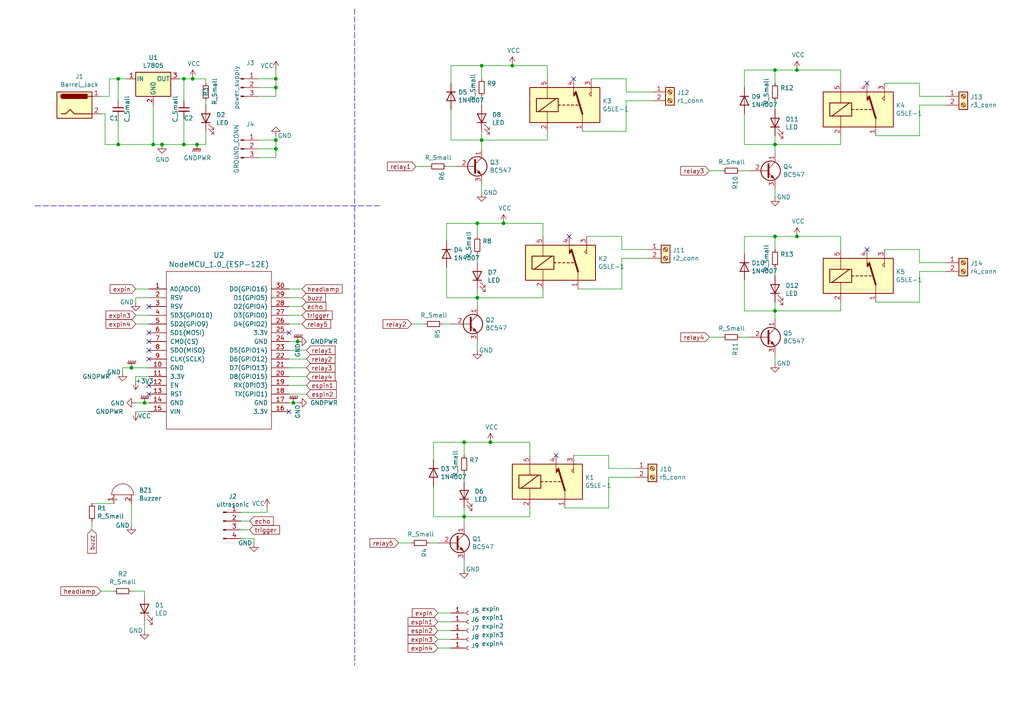
<source format=kicad_sch>
(kicad_sch (version 20211123) (generator eeschema)
  (paper "A4")
  (lib_symbols
    (symbol "Connector:Barrel_Jack" (pin_names (offset 1.016))
      (property "Reference" "J" (at 0 5.334 0))
      (property "Value" "Barrel_Jack" (at 0 -5.08 0))
      (symbol "Barrel_Jack_0_1"
        (rectangle (start -5.08 3.81) (end 5.08 -3.81) (stroke (width 0.254)) (fill (type background)))
        (arc (start -3.302 3.175) (mid -3.937 2.54) (end -3.302 1.905) (stroke (width 0.254)))
        (arc (start -3.302 3.175) (mid -3.937 2.54) (end -3.302 1.905) (stroke (width 0.254)) (fill (type outline)))
        (polyline (pts (xy 5.08 2.54) (xy 3.81 2.54)) (stroke (width 0.254)))
        (polyline (pts (xy -3.81 -2.54) (xy -2.54 -2.54) (xy -1.27 -1.27) (xy 0 -2.54) (xy 2.54 -2.54) (xy 5.08 -2.54)) (stroke (width 0.254)))
        (rectangle (start 3.683 3.175) (end -3.302 1.905) (stroke (width 0.254)) (fill (type outline)))
      )
      (symbol "Barrel_Jack_1_1"
        (pin passive line (at 7.62 2.54 180) (length 2.54) (name "~") (number "1"))
        (pin passive line (at 7.62 -2.54 180) (length 2.54) (name "~") (number "2"))
      )
    )
    (symbol "Connector:Conn_01x01_Female" (pin_names (offset 1.016) hide)
      (property "Reference" "J" (at 0 2.54 0))
      (property "Value" "Conn_01x01_Female" (at 0 -2.54 0))
      (symbol "Conn_01x01_Female_1_1"
        (polyline (pts (xy -1.27 0) (xy -0.508 0)) (stroke (width 0.1524)))
        (arc (start 0 0.508) (mid -0.508 0) (end 0 -0.508) (stroke (width 0.1524)))
        (pin passive line (at -5.08 0 0) (length 3.81) (name "Pin_1") (number "1"))
      )
    )
    (symbol "Connector:Conn_01x03_Male" (pin_names (offset 1.016) hide)
      (property "Reference" "J" (at 0 5.08 0))
      (property "Value" "Conn_01x03_Male" (at 0 -5.08 0))
      (symbol "Conn_01x03_Male_1_1"
        (polyline (pts (xy 1.27 -2.54) (xy 0.8636 -2.54)) (stroke (width 0.1524)))
        (polyline (pts (xy 1.27 0) (xy 0.8636 0)) (stroke (width 0.1524)))
        (polyline (pts (xy 1.27 2.54) (xy 0.8636 2.54)) (stroke (width 0.1524)))
        (rectangle (start 0.8636 -2.413) (end 0 -2.667) (stroke (width 0.1524)) (fill (type outline)))
        (rectangle (start 0.8636 0.127) (end 0 -0.127) (stroke (width 0.1524)) (fill (type outline)))
        (rectangle (start 0.8636 2.667) (end 0 2.413) (stroke (width 0.1524)) (fill (type outline)))
        (pin passive line (at 5.08 2.54 180) (length 3.81) (name "Pin_1") (number "1"))
        (pin passive line (at 5.08 0 180) (length 3.81) (name "Pin_2") (number "2"))
        (pin passive line (at 5.08 -2.54 180) (length 3.81) (name "Pin_3") (number "3"))
      )
    )
    (symbol "Connector:Conn_01x04_Male" (pin_names (offset 1.016) hide)
      (property "Reference" "J" (at 0 5.08 0))
      (property "Value" "Conn_01x04_Male" (at 0 -7.62 0))
      (symbol "Conn_01x04_Male_1_1"
        (polyline (pts (xy 1.27 -5.08) (xy 0.8636 -5.08)) (stroke (width 0.1524)))
        (polyline (pts (xy 1.27 -2.54) (xy 0.8636 -2.54)) (stroke (width 0.1524)))
        (polyline (pts (xy 1.27 0) (xy 0.8636 0)) (stroke (width 0.1524)))
        (polyline (pts (xy 1.27 2.54) (xy 0.8636 2.54)) (stroke (width 0.1524)))
        (rectangle (start 0.8636 -4.953) (end 0 -5.207) (stroke (width 0.1524)) (fill (type outline)))
        (rectangle (start 0.8636 -2.413) (end 0 -2.667) (stroke (width 0.1524)) (fill (type outline)))
        (rectangle (start 0.8636 0.127) (end 0 -0.127) (stroke (width 0.1524)) (fill (type outline)))
        (rectangle (start 0.8636 2.667) (end 0 2.413) (stroke (width 0.1524)) (fill (type outline)))
        (pin passive line (at 5.08 2.54 180) (length 3.81) (name "Pin_1") (number "1"))
        (pin passive line (at 5.08 0 180) (length 3.81) (name "Pin_2") (number "2"))
        (pin passive line (at 5.08 -2.54 180) (length 3.81) (name "Pin_3") (number "3"))
        (pin passive line (at 5.08 -5.08 180) (length 3.81) (name "Pin_4") (number "4"))
      )
    )
    (symbol "Connector:Screw_Terminal_01x02" (pin_names (offset 1.016) hide)
      (property "Reference" "J" (at 0 2.54 0))
      (property "Value" "Screw_Terminal_01x02" (at 0 -5.08 0))
      (symbol "Screw_Terminal_01x02_1_1"
        (rectangle (start -1.27 1.27) (end 1.27 -3.81) (stroke (width 0.254)) (fill (type background)))
        (circle (center 0 -2.54) (radius 0.635) (stroke (width 0.1524)))
        (polyline (pts (xy -0.5334 -2.2098) (xy 0.3302 -3.048)) (stroke (width 0.1524)))
        (polyline (pts (xy -0.5334 0.3302) (xy 0.3302 -0.508)) (stroke (width 0.1524)))
        (polyline (pts (xy -0.3556 -2.032) (xy 0.508 -2.8702)) (stroke (width 0.1524)))
        (polyline (pts (xy -0.3556 0.508) (xy 0.508 -0.3302)) (stroke (width 0.1524)))
        (circle (center 0 0) (radius 0.635) (stroke (width 0.1524)))
        (pin passive line (at -5.08 0 0) (length 3.81) (name "Pin_1") (number "1"))
        (pin passive line (at -5.08 -2.54 0) (length 3.81) (name "Pin_2") (number "2"))
      )
    )
    (symbol "Device:Buzzer" (pin_names (offset 0.0254) hide)
      (property "Reference" "BZ" (at 3.81 1.27 0))
      (property "Value" "Buzzer" (at 3.81 -1.27 0))
      (symbol "Buzzer_0_1"
        (arc (start 0 -3.175) (mid 3.175 0) (end 0 3.175))
        (polyline (pts (xy -1.651 1.905) (xy -1.143 1.905)))
        (polyline (pts (xy -1.397 2.159) (xy -1.397 1.651)))
        (polyline (pts (xy 0 3.175) (xy 0 -3.175)))
      )
      (symbol "Buzzer_1_1"
        (pin passive line (at -2.54 2.54 0) (length 2.54) (name "-") (number "1"))
        (pin passive line (at -2.54 -2.54 0) (length 2.54) (name "+") (number "2"))
      )
    )
    (symbol "Device:C_Small" (pin_numbers hide) (pin_names (offset 0.254) hide)
      (property "Reference" "C" (at 0.254 1.778 0))
      (property "Value" "C_Small" (at 0.254 -2.032 0))
      (symbol "C_Small_0_1"
        (polyline (pts (xy -1.524 -0.508) (xy 1.524 -0.508)) (stroke (width 0.3302)))
        (polyline (pts (xy -1.524 0.508) (xy 1.524 0.508)) (stroke (width 0.3048)))
      )
      (symbol "C_Small_1_1"
        (pin passive line (at 0 2.54 270) (length 2.032) (name "~") (number "1"))
        (pin passive line (at 0 -2.54 90) (length 2.032) (name "~") (number "2"))
      )
    )
    (symbol "Device:LED" (pin_numbers hide) (pin_names (offset 1.016) hide)
      (property "Reference" "D" (at 0 2.54 0))
      (property "Value" "LED" (at 0 -2.54 0))
      (symbol "LED_0_1"
        (polyline (pts (xy -1.27 -1.27) (xy -1.27 1.27)) (stroke (width 0.254)))
        (polyline (pts (xy -1.27 0) (xy 1.27 0)))
        (polyline (pts (xy 1.27 -1.27) (xy 1.27 1.27) (xy -1.27 0) (xy 1.27 -1.27)) (stroke (width 0.254)))
        (polyline (pts (xy -3.048 -0.762) (xy -4.572 -2.286) (xy -3.81 -2.286) (xy -4.572 -2.286) (xy -4.572 -1.524)))
        (polyline (pts (xy -1.778 -0.762) (xy -3.302 -2.286) (xy -2.54 -2.286) (xy -3.302 -2.286) (xy -3.302 -1.524)))
      )
      (symbol "LED_1_1"
        (pin passive line (at -3.81 0 0) (length 2.54) (name "K") (number "1"))
        (pin passive line (at 3.81 0 180) (length 2.54) (name "A") (number "2"))
      )
    )
    (symbol "Device:R_Small" (pin_numbers hide) (pin_names (offset 0.254) hide)
      (property "Reference" "R" (at 0.762 0.508 0))
      (property "Value" "R_Small" (at 0.762 -1.016 0))
      (symbol "R_Small_0_1"
        (rectangle (start -0.762 1.778) (end 0.762 -1.778) (stroke (width 0.2032)))
      )
      (symbol "R_Small_1_1"
        (pin passive line (at 0 2.54 270) (length 0.762) (name "~") (number "1"))
        (pin passive line (at 0 -2.54 90) (length 0.762) (name "~") (number "2"))
      )
    )
    (symbol "Diode:1N4007" (pin_numbers hide) (pin_names (offset 1.016) hide)
      (property "Reference" "D" (at 0 2.54 0))
      (property "Value" "1N4007" (at 0 -2.54 0))
      (symbol "1N4007_0_1"
        (polyline (pts (xy -1.27 1.27) (xy -1.27 -1.27)) (stroke (width 0.254)))
        (polyline (pts (xy 1.27 0) (xy -1.27 0)))
        (polyline (pts (xy 1.27 1.27) (xy 1.27 -1.27) (xy -1.27 0) (xy 1.27 1.27)) (stroke (width 0.254)))
      )
      (symbol "1N4007_1_1"
        (pin passive line (at -3.81 0 0) (length 2.54) (name "K") (number "1"))
        (pin passive line (at 3.81 0 180) (length 2.54) (name "A") (number "2"))
      )
    )
    (symbol "ESP8266:NodeMCU_1.0_(ESP-12E)" (pin_names (offset 1.016))
      (property "Reference" "U" (at 0 21.59 0))
      (property "Value" "NodeMCU_1.0_(ESP-12E)" (at 0 -21.59 0))
      (symbol "NodeMCU_1.0_(ESP-12E)_0_1"
        (rectangle (start -15.24 -22.86) (end 15.24 22.86))
      )
      (symbol "NodeMCU_1.0_(ESP-12E)_1_1"
        (pin input line (at -20.32 17.78 0) (length 5.08) (name "A0(ADC0)") (number "1"))
        (pin input line (at -20.32 -5.08 0) (length 5.08) (name "GND") (number "10"))
        (pin power_out line (at -20.32 -7.62 0) (length 5.08) (name "3.3V") (number "11"))
        (pin input line (at -20.32 -10.16 0) (length 5.08) (name "EN") (number "12"))
        (pin input line (at -20.32 -12.7 0) (length 5.08) (name "RST") (number "13"))
        (pin power_in line (at -20.32 -15.24 0) (length 5.08) (name "GND") (number "14"))
        (pin power_in line (at -20.32 -17.78 0) (length 5.08) (name "VIN") (number "15"))
        (pin power_out line (at 20.32 -17.78 180) (length 5.08) (name "3.3V") (number "16"))
        (pin power_in line (at 20.32 -15.24 180) (length 5.08) (name "GND") (number "17"))
        (pin bidirectional line (at 20.32 -12.7 180) (length 5.08) (name "TX(GPIO1)") (number "18"))
        (pin bidirectional line (at 20.32 -10.16 180) (length 5.08) (name "RX(DPIO3)") (number "19"))
        (pin input line (at -20.32 15.24 0) (length 5.08) (name "RSV") (number "2"))
        (pin bidirectional line (at 20.32 -7.62 180) (length 5.08) (name "D8(GPIO15)") (number "20"))
        (pin bidirectional line (at 20.32 -5.08 180) (length 5.08) (name "D7(GPIO13)") (number "21"))
        (pin bidirectional line (at 20.32 -2.54 180) (length 5.08) (name "D6(GPIO12)") (number "22"))
        (pin bidirectional line (at 20.32 0 180) (length 5.08) (name "D5(GPIO14)") (number "23"))
        (pin power_in line (at 20.32 2.54 180) (length 5.08) (name "GND") (number "24"))
        (pin power_out line (at 20.32 5.08 180) (length 5.08) (name "3.3V") (number "25"))
        (pin bidirectional line (at 20.32 7.62 180) (length 5.08) (name "D4(GPIO2)") (number "26"))
        (pin bidirectional line (at 20.32 10.16 180) (length 5.08) (name "D3(GPIO0)") (number "27"))
        (pin bidirectional line (at 20.32 12.7 180) (length 5.08) (name "D2(GPIO4)") (number "28"))
        (pin bidirectional line (at 20.32 15.24 180) (length 5.08) (name "D1(GPIO5)") (number "29"))
        (pin input line (at -20.32 12.7 0) (length 5.08) (name "RSV") (number "3"))
        (pin bidirectional line (at 20.32 17.78 180) (length 5.08) (name "D0(GPIO16)") (number "30"))
        (pin bidirectional line (at -20.32 10.16 0) (length 5.08) (name "SD3(GPIO10)") (number "4"))
        (pin bidirectional line (at -20.32 7.62 0) (length 5.08) (name "SD2(GPIO9)") (number "5"))
        (pin bidirectional line (at -20.32 5.08 0) (length 5.08) (name "SD1(MOSI)") (number "6"))
        (pin bidirectional line (at -20.32 2.54 0) (length 5.08) (name "CMD(CS)") (number "7"))
        (pin bidirectional line (at -20.32 0 0) (length 5.08) (name "SDO(MISO)") (number "8"))
        (pin bidirectional line (at -20.32 -2.54 0) (length 5.08) (name "CLK(SCLK)") (number "9"))
      )
    )
    (symbol "Regulator_Linear:L7805" (pin_names (offset 0.254))
      (property "Reference" "U" (at -3.81 3.175 0))
      (property "Value" "L7805" (at 0 3.175 0))
      (symbol "L7805_0_1"
        (rectangle (start -5.08 1.905) (end 5.08 -5.08) (stroke (width 0.254)) (fill (type background)))
      )
      (symbol "L7805_1_1"
        (pin power_in line (at -7.62 0 0) (length 2.54) (name "IN") (number "1"))
        (pin power_in line (at 0 -7.62 90) (length 2.54) (name "GND") (number "2"))
        (pin power_out line (at 7.62 0 180) (length 2.54) (name "OUT") (number "3"))
      )
    )
    (symbol "Relay:G5LE-1"
      (property "Reference" "K" (at 11.43 3.81 0))
      (property "Value" "G5LE-1" (at 11.43 1.27 0))
      (symbol "G5LE-1_0_0"
        (polyline (pts (xy 7.62 5.08) (xy 7.62 2.54) (xy 6.985 3.175) (xy 7.62 3.81)))
      )
      (symbol "G5LE-1_0_1"
        (rectangle (start -10.16 5.08) (end 10.16 -5.08) (stroke (width 0.254)) (fill (type background)))
        (rectangle (start -8.255 1.905) (end -1.905 -1.905) (stroke (width 0.254)))
        (polyline (pts (xy -7.62 -1.905) (xy -2.54 1.905)) (stroke (width 0.254)))
        (polyline (pts (xy -5.08 -5.08) (xy -5.08 -1.905)))
        (polyline (pts (xy -5.08 5.08) (xy -5.08 1.905)))
        (polyline (pts (xy -1.905 0) (xy -1.27 0)) (stroke (width 0.254)))
        (polyline (pts (xy -0.635 0) (xy 0 0)) (stroke (width 0.254)))
        (polyline (pts (xy 0.635 0) (xy 1.27 0)) (stroke (width 0.254)))
        (polyline (pts (xy 1.905 0) (xy 2.54 0)) (stroke (width 0.254)))
        (polyline (pts (xy 3.175 0) (xy 3.81 0)) (stroke (width 0.254)))
        (polyline (pts (xy 5.08 -2.54) (xy 3.175 3.81)) (stroke (width 0.508)))
        (polyline (pts (xy 5.08 -2.54) (xy 5.08 -5.08)))
        (polyline (pts (xy 2.54 5.08) (xy 2.54 2.54) (xy 3.175 3.175) (xy 2.54 3.81)) (fill (type outline)))
      )
      (symbol "G5LE-1_1_1"
        (pin passive line (at 5.08 -7.62 90) (length 2.54) (name "~") (number "1"))
        (pin passive line (at -5.08 -7.62 90) (length 2.54) (name "~") (number "2"))
        (pin passive line (at 7.62 7.62 270) (length 2.54) (name "~") (number "3"))
        (pin passive line (at 2.54 7.62 270) (length 2.54) (name "~") (number "4"))
        (pin passive line (at -5.08 7.62 270) (length 2.54) (name "~") (number "5"))
      )
    )
    (symbol "Transistor_BJT:BC547" (pin_names (offset 0) hide)
      (property "Reference" "Q" (at 5.08 1.905 0))
      (property "Value" "BC547" (at 5.08 0 0))
      (symbol "BC547_0_1"
        (polyline (pts (xy 0 0) (xy 0.635 0)))
        (polyline (pts (xy 0.635 0.635) (xy 2.54 2.54)))
        (polyline (pts (xy 0.635 -0.635) (xy 2.54 -2.54) (xy 2.54 -2.54)))
        (polyline (pts (xy 0.635 1.905) (xy 0.635 -1.905) (xy 0.635 -1.905)) (stroke (width 0.508)))
        (polyline (pts (xy 1.27 -1.778) (xy 1.778 -1.27) (xy 2.286 -2.286) (xy 1.27 -1.778) (xy 1.27 -1.778)) (fill (type outline)))
        (circle (center 1.27 0) (radius 2.8194) (stroke (width 0.254)))
      )
      (symbol "BC547_1_1"
        (pin passive line (at 2.54 5.08 270) (length 2.54) (name "C") (number "1"))
        (pin input line (at -5.08 0 0) (length 5.08) (name "B") (number "2"))
        (pin passive line (at 2.54 -5.08 90) (length 2.54) (name "E") (number "3"))
      )
    )
    (symbol "power:+3.3V" (power) (pin_names (offset 0))
      (property "Value" "+3.3V" (at 0 3.556 0))
      (symbol "+3.3V_0_1"
        (polyline (pts (xy -0.762 1.27) (xy 0 2.54)))
        (polyline (pts (xy 0 0) (xy 0 2.54)))
        (polyline (pts (xy 0 2.54) (xy 0.762 1.27)))
      )
      (symbol "+3.3V_1_1"
        (pin power_in line (at 0 0 90) (length 0) hide (name "+3V3") (number "1"))
      )
    )
    (symbol "power:GND" (power) (pin_names (offset 0))
      (property "Value" "GND" (at 0 -3.81 0))
      (symbol "GND_0_1"
        (polyline (pts (xy 0 0) (xy 0 -1.27) (xy 1.27 -1.27) (xy 0 -2.54) (xy -1.27 -1.27) (xy 0 -1.27)))
      )
      (symbol "GND_1_1"
        (pin power_in line (at 0 0 270) (length 0) hide (name "GND") (number "1"))
      )
    )
    (symbol "power:GNDPWR" (power) (pin_names (offset 0))
      (property "Value" "GNDPWR" (at 0 -3.302 0))
      (symbol "GNDPWR_0_1"
        (polyline (pts (xy 0 -1.27) (xy 0 0)))
        (polyline (pts (xy -1.016 -1.27) (xy -1.27 -2.032) (xy -1.27 -2.032)) (stroke (width 0.2032)))
        (polyline (pts (xy -0.508 -1.27) (xy -0.762 -2.032) (xy -0.762 -2.032)) (stroke (width 0.2032)))
        (polyline (pts (xy 0 -1.27) (xy -0.254 -2.032) (xy -0.254 -2.032)) (stroke (width 0.2032)))
        (polyline (pts (xy 0.508 -1.27) (xy 0.254 -2.032) (xy 0.254 -2.032)) (stroke (width 0.2032)))
        (polyline (pts (xy 1.016 -1.27) (xy -1.016 -1.27) (xy -1.016 -1.27)) (stroke (width 0.2032)))
        (polyline (pts (xy 1.016 -1.27) (xy 0.762 -2.032) (xy 0.762 -2.032) (xy 0.762 -2.032)) (stroke (width 0.2032)))
      )
      (symbol "GNDPWR_1_1"
        (pin power_in line (at 0 0 270) (length 0) hide (name "GNDPWR") (number "1"))
      )
    )
    (symbol "power:VCC" (power) (pin_names (offset 0))
      (property "Value" "VCC" (at 0 3.81 0))
      (symbol "VCC_0_1"
        (polyline (pts (xy -0.762 1.27) (xy 0 2.54)))
        (polyline (pts (xy 0 0) (xy 0 2.54)))
        (polyline (pts (xy 0 2.54) (xy 0.762 1.27)))
      )
      (symbol "VCC_1_1"
        (pin power_in line (at 0 0 90) (length 0) hide (name "VCC") (number "1"))
      )
    )
  )
  (junction (at 34.29 41.91))
  (junction (at 146.05 64.77))
  (junction (at 224.79 20.32))
  (junction (at 138.43 86.36))
  (junction (at 57.15 41.91))
  (junction (at 231.14 20.32))
  (junction (at 224.79 90.17))
  (junction (at 41.91 116.84))
  (junction (at 142.24 128.27))
  (junction (at 34.29 22.86))
  (junction (at 38.1 106.68))
  (junction (at 46.99 41.91))
  (junction (at 80.01 40.64))
  (junction (at 148.59 19.05))
  (junction (at 80.01 43.18))
  (junction (at 134.62 128.27))
  (junction (at 139.7 40.64))
  (junction (at 138.43 64.77))
  (junction (at 53.34 41.91))
  (junction (at 85.09 116.84))
  (junction (at 44.45 41.91))
  (junction (at 53.34 22.86))
  (junction (at 134.62 149.86))
  (junction (at 80.01 22.86))
  (junction (at 231.14 68.58))
  (junction (at 224.79 41.91))
  (junction (at 224.79 68.58))
  (junction (at 55.88 22.86))
  (junction (at 86.36 99.06))
  (junction (at 139.7 19.05))
  (junction (at 80.01 25.4))
  (no_connect (at 43.18 111.76))
  (no_connect (at 251.46 72.39))
  (no_connect (at 43.18 114.3))
  (no_connect (at 43.18 104.14))
  (no_connect (at 83.82 119.38))
  (no_connect (at 83.82 96.52))
  (no_connect (at 43.18 96.52))
  (no_connect (at 43.18 99.06))
  (no_connect (at 166.37 22.86))
  (no_connect (at 161.29 132.08))
  (no_connect (at 43.18 101.6))
  (no_connect (at 251.46 24.13))
  (no_connect (at 165.1 68.58))
  (no_connect (at 43.18 88.9))
  (wire (pts (xy 123.19 93.98) (xy 119.38 93.98)))
  (wire (pts (xy 138.43 64.77) (xy 146.05 64.77)))
  (wire (pts (xy 130.81 180.34) (xy 127 180.34)))
  (wire (pts (xy 53.34 22.86) (xy 52.07 22.86)))
  (wire (pts (xy 158.75 40.64) (xy 139.7 40.64)))
  (wire (pts (xy 53.34 29.21) (xy 53.34 22.86)))
  (polyline (pts (xy 10.16 59.69) (xy 110.49 59.69)))
  (wire (pts (xy 224.79 20.32) (xy 231.14 20.32)))
  (wire (pts (xy 224.79 68.58) (xy 231.14 68.58)))
  (wire (pts (xy 181.61 22.86) (xy 181.61 26.67)))
  (wire (pts (xy 130.81 24.13) (xy 130.81 19.05)))
  (wire (pts (xy 176.53 138.43) (xy 184.15 138.43)))
  (wire (pts (xy 231.14 20.32) (xy 243.84 20.32)))
  (wire (pts (xy 171.45 22.86) (xy 181.61 22.86)))
  (wire (pts (xy 87.63 88.9) (xy 83.82 88.9)))
  (wire (pts (xy 74.93 22.86) (xy 80.01 22.86)))
  (wire (pts (xy 224.79 41.91) (xy 224.79 44.45)))
  (wire (pts (xy 146.05 64.77) (xy 157.48 64.77)))
  (wire (pts (xy 88.9 111.76) (xy 83.82 111.76)))
  (wire (pts (xy 130.81 40.64) (xy 139.7 40.64)))
  (wire (pts (xy 129.54 86.36) (xy 138.43 86.36)))
  (wire (pts (xy 266.7 24.13) (xy 266.7 27.94)))
  (wire (pts (xy 55.88 22.86) (xy 53.34 22.86)))
  (wire (pts (xy 34.29 22.86) (xy 36.83 22.86)))
  (wire (pts (xy 215.9 33.02) (xy 215.9 41.91)))
  (wire (pts (xy 39.37 86.36) (xy 39.37 87.63)))
  (wire (pts (xy 44.45 30.48) (xy 44.45 41.91)))
  (wire (pts (xy 86.36 99.06) (xy 83.82 99.06)))
  (wire (pts (xy 88.9 109.22) (xy 83.82 109.22)))
  (wire (pts (xy 266.7 78.74) (xy 274.32 78.74)))
  (wire (pts (xy 142.24 128.27) (xy 153.67 128.27)))
  (wire (pts (xy 209.55 49.53) (xy 205.74 49.53)))
  (wire (pts (xy 134.62 147.32) (xy 134.62 149.86)))
  (wire (pts (xy 41.91 182.88) (xy 41.91 180.34)))
  (wire (pts (xy 243.84 68.58) (xy 243.84 72.39)))
  (wire (pts (xy 30.48 33.02) (xy 30.48 41.91)))
  (wire (pts (xy 157.48 83.82) (xy 157.48 86.36)))
  (wire (pts (xy 138.43 86.36) (xy 138.43 88.9)))
  (wire (pts (xy 176.53 147.32) (xy 176.53 138.43)))
  (wire (pts (xy 124.46 157.48) (xy 127 157.48)))
  (wire (pts (xy 38.1 106.68) (xy 43.18 106.68)))
  (wire (pts (xy 181.61 29.21) (xy 189.23 29.21)))
  (wire (pts (xy 266.7 76.2) (xy 274.32 76.2)))
  (wire (pts (xy 243.84 41.91) (xy 224.79 41.91)))
  (wire (pts (xy 57.15 41.91) (xy 53.34 41.91)))
  (wire (pts (xy 43.18 86.36) (xy 39.37 86.36)))
  (wire (pts (xy 215.9 41.91) (xy 224.79 41.91)))
  (wire (pts (xy 59.69 24.13) (xy 59.69 22.86)))
  (wire (pts (xy 139.7 19.05) (xy 139.7 22.86)))
  (wire (pts (xy 139.7 53.34) (xy 139.7 55.88)))
  (wire (pts (xy 224.79 68.58) (xy 224.79 72.39)))
  (wire (pts (xy 129.54 77.47) (xy 129.54 86.36)))
  (wire (pts (xy 130.81 185.42) (xy 127 185.42)))
  (wire (pts (xy 243.84 90.17) (xy 224.79 90.17)))
  (wire (pts (xy 59.69 38.1) (xy 59.69 41.91)))
  (wire (pts (xy 69.85 153.67) (xy 72.39 153.67)))
  (wire (pts (xy 72.39 151.13) (xy 69.85 151.13)))
  (wire (pts (xy 39.37 119.38) (xy 43.18 119.38)))
  (wire (pts (xy 125.73 140.97) (xy 125.73 149.86)))
  (wire (pts (xy 266.7 87.63) (xy 266.7 78.74)))
  (wire (pts (xy 224.79 77.47) (xy 224.79 80.01)))
  (wire (pts (xy 87.63 93.98) (xy 83.82 93.98)))
  (wire (pts (xy 34.29 34.29) (xy 34.29 41.91)))
  (wire (pts (xy 33.02 171.45) (xy 29.21 171.45)))
  (wire (pts (xy 43.18 91.44) (xy 39.37 91.44)))
  (wire (pts (xy 39.37 110.49) (xy 39.37 109.22)))
  (wire (pts (xy 209.55 97.79) (xy 205.74 97.79)))
  (wire (pts (xy 180.34 83.82) (xy 180.34 74.93)))
  (wire (pts (xy 80.01 27.94) (xy 80.01 25.4)))
  (wire (pts (xy 148.59 19.05) (xy 158.75 19.05)))
  (wire (pts (xy 34.29 22.86) (xy 34.29 29.21)))
  (wire (pts (xy 129.54 48.26) (xy 132.08 48.26)))
  (wire (pts (xy 80.01 45.72) (xy 74.93 45.72)))
  (wire (pts (xy 170.18 68.58) (xy 180.34 68.58)))
  (wire (pts (xy 74.93 25.4) (xy 80.01 25.4)))
  (wire (pts (xy 130.81 19.05) (xy 139.7 19.05)))
  (wire (pts (xy 138.43 73.66) (xy 138.43 76.2)))
  (wire (pts (xy 31.75 22.86) (xy 34.29 22.86)))
  (wire (pts (xy 153.67 128.27) (xy 153.67 132.08)))
  (wire (pts (xy 138.43 83.82) (xy 138.43 86.36)))
  (wire (pts (xy 215.9 68.58) (xy 224.79 68.58)))
  (wire (pts (xy 41.91 116.84) (xy 43.18 116.84)))
  (wire (pts (xy 127 187.96) (xy 130.81 187.96)))
  (wire (pts (xy 83.82 86.36) (xy 87.63 86.36)))
  (wire (pts (xy 138.43 99.06) (xy 138.43 101.6)))
  (wire (pts (xy 215.9 81.28) (xy 215.9 90.17)))
  (wire (pts (xy 43.18 83.82) (xy 39.37 83.82)))
  (wire (pts (xy 134.62 162.56) (xy 134.62 165.1)))
  (wire (pts (xy 266.7 30.48) (xy 274.32 30.48)))
  (wire (pts (xy 158.75 19.05) (xy 158.75 22.86)))
  (wire (pts (xy 214.63 97.79) (xy 217.17 97.79)))
  (wire (pts (xy 59.69 29.21) (xy 59.69 30.48)))
  (wire (pts (xy 266.7 27.94) (xy 274.32 27.94)))
  (wire (pts (xy 87.63 91.44) (xy 83.82 91.44)))
  (wire (pts (xy 74.93 43.18) (xy 80.01 43.18)))
  (wire (pts (xy 83.82 106.68) (xy 88.9 106.68)))
  (wire (pts (xy 224.79 102.87) (xy 224.79 105.41)))
  (wire (pts (xy 39.37 116.84) (xy 41.91 116.84)))
  (wire (pts (xy 80.01 22.86) (xy 80.01 20.32)))
  (wire (pts (xy 41.91 172.72) (xy 41.91 171.45)))
  (wire (pts (xy 83.82 114.3) (xy 88.9 114.3)))
  (wire (pts (xy 127 182.88) (xy 130.81 182.88)))
  (wire (pts (xy 80.01 43.18) (xy 80.01 45.72)))
  (wire (pts (xy 224.79 54.61) (xy 224.79 57.15)))
  (wire (pts (xy 35.56 106.68) (xy 38.1 106.68)))
  (wire (pts (xy 125.73 149.86) (xy 134.62 149.86)))
  (wire (pts (xy 59.69 41.91) (xy 57.15 41.91)))
  (wire (pts (xy 87.63 83.82) (xy 83.82 83.82)))
  (wire (pts (xy 74.93 40.64) (xy 80.01 40.64)))
  (wire (pts (xy 138.43 64.77) (xy 138.43 68.58)))
  (wire (pts (xy 129.54 64.77) (xy 138.43 64.77)))
  (wire (pts (xy 30.48 41.91) (xy 34.29 41.91)))
  (wire (pts (xy 29.21 27.94) (xy 31.75 27.94)))
  (wire (pts (xy 80.01 40.64) (xy 80.01 43.18)))
  (wire (pts (xy 134.62 128.27) (xy 134.62 132.08)))
  (wire (pts (xy 224.79 29.21) (xy 224.79 31.75)))
  (wire (pts (xy 39.37 93.98) (xy 43.18 93.98)))
  (wire (pts (xy 176.53 132.08) (xy 176.53 135.89)))
  (wire (pts (xy 256.54 24.13) (xy 266.7 24.13)))
  (wire (pts (xy 224.79 87.63) (xy 224.79 90.17)))
  (wire (pts (xy 33.02 146.05) (xy 26.67 146.05)))
  (wire (pts (xy 46.99 41.91) (xy 53.34 41.91)))
  (wire (pts (xy 74.93 27.94) (xy 80.01 27.94)))
  (wire (pts (xy 31.75 27.94) (xy 31.75 22.86)))
  (wire (pts (xy 88.9 104.14) (xy 83.82 104.14)))
  (wire (pts (xy 53.34 41.91) (xy 53.34 34.29)))
  (wire (pts (xy 85.09 116.84) (xy 83.82 116.84)))
  (polyline (pts (xy 102.87 2.54) (xy 102.87 193.04)))
  (wire (pts (xy 224.79 20.32) (xy 224.79 24.13)))
  (wire (pts (xy 243.84 20.32) (xy 243.84 24.13)))
  (wire (pts (xy 134.62 128.27) (xy 142.24 128.27)))
  (wire (pts (xy 139.7 40.64) (xy 139.7 43.18)))
  (wire (pts (xy 80.01 39.37) (xy 80.01 40.64)))
  (wire (pts (xy 180.34 72.39) (xy 187.96 72.39)))
  (wire (pts (xy 69.85 148.59) (xy 77.47 148.59)))
  (wire (pts (xy 158.75 38.1) (xy 158.75 40.64)))
  (wire (pts (xy 181.61 38.1) (xy 181.61 29.21)))
  (wire (pts (xy 243.84 87.63) (xy 243.84 90.17)))
  (wire (pts (xy 168.91 38.1) (xy 181.61 38.1)))
  (wire (pts (xy 157.48 86.36) (xy 138.43 86.36)))
  (wire (pts (xy 44.45 41.91) (xy 46.99 41.91)))
  (wire (pts (xy 35.56 107.95) (xy 35.56 106.68)))
  (wire (pts (xy 256.54 72.39) (xy 266.7 72.39)))
  (wire (pts (xy 215.9 20.32) (xy 224.79 20.32)))
  (wire (pts (xy 215.9 73.66) (xy 215.9 68.58)))
  (wire (pts (xy 139.7 19.05) (xy 148.59 19.05)))
  (wire (pts (xy 153.67 149.86) (xy 134.62 149.86)))
  (wire (pts (xy 29.21 33.02) (xy 30.48 33.02)))
  (wire (pts (xy 214.63 49.53) (xy 217.17 49.53)))
  (wire (pts (xy 128.27 93.98) (xy 130.81 93.98)))
  (wire (pts (xy 59.69 22.86) (xy 55.88 22.86)))
  (wire (pts (xy 224.79 90.17) (xy 224.79 92.71)))
  (wire (pts (xy 224.79 39.37) (xy 224.79 41.91)))
  (wire (pts (xy 80.01 25.4) (xy 80.01 22.86)))
  (wire (pts (xy 73.66 156.21) (xy 69.85 156.21)))
  (wire (pts (xy 231.14 68.58) (xy 243.84 68.58)))
  (wire (pts (xy 163.83 147.32) (xy 176.53 147.32)))
  (wire (pts (xy 243.84 39.37) (xy 243.84 41.91)))
  (wire (pts (xy 134.62 149.86) (xy 134.62 152.4)))
  (wire (pts (xy 129.54 69.85) (xy 129.54 64.77)))
  (wire (pts (xy 180.34 68.58) (xy 180.34 72.39)))
  (wire (pts (xy 124.46 48.26) (xy 120.65 48.26)))
  (wire (pts (xy 73.66 157.48) (xy 73.66 156.21)))
  (wire (pts (xy 153.67 147.32) (xy 153.67 149.86)))
  (wire (pts (xy 134.62 137.16) (xy 134.62 139.7)))
  (wire (pts (xy 181.61 26.67) (xy 189.23 26.67)))
  (wire (pts (xy 254 39.37) (xy 266.7 39.37)))
  (wire (pts (xy 266.7 39.37) (xy 266.7 30.48)))
  (wire (pts (xy 130.81 31.75) (xy 130.81 40.64)))
  (wire (pts (xy 254 87.63) (xy 266.7 87.63)))
  (wire (pts (xy 39.37 109.22) (xy 43.18 109.22)))
  (wire (pts (xy 180.34 74.93) (xy 187.96 74.93)))
  (wire (pts (xy 127 177.8) (xy 130.81 177.8)))
  (wire (pts (xy 88.9 101.6) (xy 83.82 101.6)))
  (wire (pts (xy 166.37 132.08) (xy 176.53 132.08)))
  (wire (pts (xy 41.91 171.45) (xy 38.1 171.45)))
  (wire (pts (xy 215.9 90.17) (xy 224.79 90.17)))
  (wire (pts (xy 34.29 41.91) (xy 44.45 41.91)))
  (wire (pts (xy 125.73 128.27) (xy 134.62 128.27)))
  (wire (pts (xy 139.7 27.94) (xy 139.7 30.48)))
  (wire (pts (xy 86.36 116.84) (xy 85.09 116.84)))
  (wire (pts (xy 26.67 153.67) (xy 26.67 151.13)))
  (wire (pts (xy 119.38 157.48) (xy 115.57 157.48)))
  (wire (pts (xy 77.47 148.59) (xy 77.47 147.32)))
  (wire (pts (xy 266.7 72.39) (xy 266.7 76.2)))
  (wire (pts (xy 139.7 38.1) (xy 139.7 40.64)))
  (wire (pts (xy 167.64 83.82) (xy 180.34 83.82)))
  (wire (pts (xy 38.1 152.4) (xy 38.1 146.05)))
  (wire (pts (xy 215.9 25.4) (xy 215.9 20.32)))
  (wire (pts (xy 157.48 64.77) (xy 157.48 68.58)))
  (wire (pts (xy 176.53 135.89) (xy 184.15 135.89)))
  (wire (pts (xy 125.73 133.35) (xy 125.73 128.27)))
  (global_label "espin1" (shape input) (at 88.9 111.76 0) (property "Intersheet References" "${INTERSHEET_REFS}" (effects hide)))
  (global_label "expin4" (shape input) (at 39.37 93.98 180) (property "Intersheet References" "${INTERSHEET_REFS}" (effects hide)))
  (global_label "headlamp" (shape input) (at 29.21 171.45 180) (property "Intersheet References" "${INTERSHEET_REFS}" (effects hide)))
  (global_label "expin" (shape input) (at 39.37 83.82 180) (property "Intersheet References" "${INTERSHEET_REFS}" (effects hide)))
  (global_label "relay2" (shape input) (at 88.9 104.14 0) (property "Intersheet References" "${INTERSHEET_REFS}" (effects hide)))
  (global_label "relay1" (shape input) (at 88.9 101.6 0) (property "Intersheet References" "${INTERSHEET_REFS}" (effects hide)))
  (global_label "relay4" (shape input) (at 88.9 109.22 0) (property "Intersheet References" "${INTERSHEET_REFS}" (effects hide)))
  (global_label "headlamp" (shape input) (at 87.63 83.82 0) (property "Intersheet References" "${INTERSHEET_REFS}" (effects hide)))
  (global_label "trigger" (shape input) (at 72.39 153.67 0) (property "Intersheet References" "${INTERSHEET_REFS}" (effects hide)))
  (global_label "echo" (shape input) (at 72.39 151.13 0) (property "Intersheet References" "${INTERSHEET_REFS}" (effects hide)))
  (global_label "relay5" (shape input) (at 87.63 93.98 0) (property "Intersheet References" "${INTERSHEET_REFS}" (effects hide)))
  (global_label "relay3" (shape input) (at 205.74 49.53 180) (property "Intersheet References" "${INTERSHEET_REFS}" (effects hide)))
  (global_label "expin3" (shape input) (at 127 185.42 180) (property "Intersheet References" "${INTERSHEET_REFS}" (effects hide)))
  (global_label "relay5" (shape input) (at 115.57 157.48 180) (property "Intersheet References" "${INTERSHEET_REFS}" (effects hide)))
  (global_label "relay2" (shape input) (at 119.38 93.98 180) (property "Intersheet References" "${INTERSHEET_REFS}" (effects hide)))
  (global_label "relay3" (shape input) (at 88.9 106.68 0) (property "Intersheet References" "${INTERSHEET_REFS}" (effects hide)))
  (global_label "espin2" (shape input) (at 88.9 114.3 0) (property "Intersheet References" "${INTERSHEET_REFS}" (effects hide)))
  (global_label "echo" (shape input) (at 87.63 88.9 0) (property "Intersheet References" "${INTERSHEET_REFS}" (effects hide)))
  (global_label "espin1" (shape input) (at 127 180.34 180) (property "Intersheet References" "${INTERSHEET_REFS}" (effects hide)))
  (global_label "trigger" (shape input) (at 87.63 91.44 0) (property "Intersheet References" "${INTERSHEET_REFS}" (effects hide)))
  (global_label "expin3" (shape input) (at 39.37 91.44 180) (property "Intersheet References" "${INTERSHEET_REFS}" (effects hide)))
  (global_label "expin4" (shape input) (at 127 187.96 180) (property "Intersheet References" "${INTERSHEET_REFS}" (effects hide)))
  (global_label "expin" (shape input) (at 127 177.8 180) (property "Intersheet References" "${INTERSHEET_REFS}" (effects hide)))
  (global_label "buzz" (shape input) (at 26.67 153.67 270) (property "Intersheet References" "${INTERSHEET_REFS}" (effects hide)))
  (global_label "espin2" (shape input) (at 127 182.88 180) (property "Intersheet References" "${INTERSHEET_REFS}" (effects hide)))
  (global_label "relay4" (shape input) (at 205.74 97.79 180) (property "Intersheet References" "${INTERSHEET_REFS}" (effects hide)))
  (global_label "buzz" (shape input) (at 87.63 86.36 0) (property "Intersheet References" "${INTERSHEET_REFS}" (effects hide)))
  (global_label "relay1" (shape input) (at 120.65 48.26 180) (property "Intersheet References" "${INTERSHEET_REFS}" (effects hide)))
  (symbol (lib_id "ESP8266:NodeMCU_1.0_(ESP-12E)") (at 63.5 101.6 0) (unit 1)
    (property "Reference" "U2" (at 63.5 73.9902 0) (effects (font (size 1.524 1.524))))
    (property "Value" "NodeMCU_1.0_(ESP-12E)" (at 63.5 76.6826 0) (effects (font (size 1.524 1.524))))
    (property "Footprint" "ESP8266:NodeMCU-LoLinV3" (effects hide))
  )
  (symbol (lib_id "Regulator_Linear:L7805") (at 44.45 22.86 0) (unit 1)
    (property "Reference" "U1" (at 44.45 16.7132 0))
    (property "Value" "L7805" (at 44.45 19.0246 0))
    (property "Footprint" "Package_TO_SOT_THT:TO-220-3_Vertical" (effects hide))
    (property "Datasheet" "http://www.st.com/content/ccc/resource/technical/document/datasheet/41/4f/b3/b0/12/d4/47/88/CD00000444.pdf/files/CD00000444.pdf/jcr:content/translations/en.CD00000444.pdf" (effects hide))
  )
  (symbol (lib_id "Device:C_Small") (at 53.34 31.75 0) (unit 1)
    (property "Reference" "C2" (at 53.34 34.29 0) (effects (justify left)))
    (property "Value" "C_Small" (at 50.8 35.56 90) (effects (justify left)))
    (property "Footprint" "Capacitor_THT:CP_Radial_D6.3mm_P2.50mm" (effects hide))
  )
  (symbol (lib_id "Device:C_Small") (at 34.29 31.75 0) (unit 1)
    (property "Reference" "C1" (at 31.75 34.29 0) (effects (justify left)))
    (property "Value" "C_Small" (at 36.83 35.56 90) (effects (justify left)))
    (property "Footprint" "Capacitor_THT:CP_Radial_D6.3mm_P2.50mm" (effects hide))
  )
  (symbol (lib_id "Device:LED") (at 59.69 34.29 90) (unit 1)
    (property "Reference" "D2" (at 62.6872 33.2994 90) (effects (justify right)))
    (property "Value" "LED" (at 62.6872 35.6108 90) (effects (justify right)))
    (property "Footprint" "LED_THT:LED_D5.0mm" (effects hide))
  )
  (symbol (lib_id "Device:R_Small") (at 59.69 26.67 0) (unit 1)
    (property "Reference" "R3" (at 59.69 27.94 90) (effects (justify left)))
    (property "Value" "R_Small" (at 62.23 30.48 90) (effects (justify left)))
    (property "Footprint" "Resistor_THT:R_Axial_DIN0207_L6.3mm_D2.5mm_P7.62mm_Horizontal" (effects hide))
  )
  (symbol (lib_id "Connector:Barrel_Jack") (at 21.59 30.48 0) (unit 1)
    (property "Reference" "J1" (at 23.0378 22.225 0))
    (property "Value" "Barrel_Jack" (at 23.0378 24.5364 0))
    (property "Footprint" "Connector_BarrelJack:BarrelJack_Horizontal" (effects hide))
  )
  (symbol (lib_id "power:VCC") (at 55.88 22.86 0) (unit 1)
    (property "Reference" "#PWR011" (effects hide))
    (property "Value" "VCC" (at 56.261 18.4658 0))
  )
  (symbol (lib_id "power:VCC") (at 39.37 119.38 180) (unit 1)
    (property "Reference" "#PWR07" (effects hide))
    (property "Value" "VCC" (at 41.91 120.65 0))
  )
  (symbol (lib_id "power:GND") (at 46.99 41.91 0) (unit 1)
    (property "Reference" "#PWR010" (effects hide))
    (property "Value" "GND" (at 47.117 46.3042 0))
  )
  (symbol (lib_id "power:GND") (at 35.56 107.95 0) (unit 1)
    (property "Reference" "#PWR01" (effects hide))
    (property "Value" "GND" (at 33.02 107.95 0))
  )
  (symbol (lib_id "power:+3.3V") (at 39.37 110.49 180) (unit 1)
    (property "Reference" "#PWR05" (effects hide))
    (property "Value" "+3.3V" (at 41.91 110.49 0))
  )
  (symbol (lib_id "Relay:G5LE-1") (at 163.83 30.48 0) (unit 1)
    (property "Reference" "K3" (at 174.752 29.3116 0) (effects (justify left)))
    (property "Value" "G5LE-1" (at 174.752 31.623 0) (effects (justify left)))
    (property "Footprint" "Relay_THT:Relay_SPDT_Omron-G5LE-1" (effects hide))
    (property "Datasheet" "http://www.omron.com/ecb/products/pdf/en-g5le.pdf" (effects hide))
  )
  (symbol (lib_id "Device:R_Small") (at 139.7 25.4 0) (unit 1)
    (property "Reference" "R9" (at 141.1986 24.2316 0) (effects (justify left)))
    (property "Value" "R_Small" (at 137.16 29.21 90) (effects (justify left)))
    (property "Footprint" "Resistor_THT:R_Axial_DIN0207_L6.3mm_D2.5mm_P7.62mm_Horizontal" (effects hide))
  )
  (symbol (lib_id "Transistor_BJT:BC547") (at 137.16 48.26 0) (unit 1)
    (property "Reference" "Q3" (at 142.0114 47.0916 0) (effects (justify left)))
    (property "Value" "BC547" (at 142.0114 49.403 0) (effects (justify left)))
    (property "Footprint" "Package_TO_SOT_THT:TO-92_Inline_Wide" (effects hide))
    (property "Datasheet" "https://www.onsemi.com/pub/Collateral/BC550-D.pdf" (effects hide))
  )
  (symbol (lib_id "Device:LED") (at 139.7 34.29 90) (unit 1)
    (property "Reference" "D8" (at 142.6972 33.2994 90) (effects (justify right)))
    (property "Value" "LED" (at 142.6972 35.6108 90) (effects (justify right)))
    (property "Footprint" "LED_THT:LED_D5.0mm" (effects hide))
  )
  (symbol (lib_id "Diode:1N4007") (at 130.81 27.94 270) (unit 1)
    (property "Reference" "D5" (at 132.842 26.7716 90) (effects (justify left)))
    (property "Value" "1N4007" (at 132.842 29.083 90) (effects (justify left)))
    (property "Footprint" "Diode_THT:D_DO-41_SOD81_P10.16mm_Horizontal" (effects hide))
    (property "Datasheet" "http://www.vishay.com/docs/88503/1n4001.pdf" (effects hide))
  )
  (symbol (lib_id "power:GND") (at 139.7 55.88 0) (unit 1)
    (property "Reference" "#PWR023" (effects hide))
    (property "Value" "GND" (at 142.24 55.88 0))
  )
  (symbol (lib_id "Device:R_Small") (at 127 48.26 270) (unit 1)
    (property "Reference" "R6" (at 128.1684 49.7586 0) (effects (justify left)))
    (property "Value" "R_Small" (at 123.19 45.72 90) (effects (justify left)))
    (property "Footprint" "Resistor_THT:R_Axial_DIN0207_L6.3mm_D2.5mm_P7.62mm_Horizontal" (effects hide))
  )
  (symbol (lib_id "Relay:G5LE-1") (at 162.56 76.2 0) (unit 1)
    (property "Reference" "K2" (at 173.482 75.0316 0) (effects (justify left)))
    (property "Value" "G5LE-1" (at 173.482 77.343 0) (effects (justify left)))
    (property "Footprint" "Relay_THT:Relay_SPDT_Omron-G5LE-1" (effects hide))
    (property "Datasheet" "http://www.omron.com/ecb/products/pdf/en-g5le.pdf" (effects hide))
  )
  (symbol (lib_id "Device:R_Small") (at 138.43 71.12 0) (unit 1)
    (property "Reference" "R8" (at 139.9286 69.9516 0) (effects (justify left)))
    (property "Value" "R_Small" (at 135.89 74.93 90) (effects (justify left)))
    (property "Footprint" "Resistor_THT:R_Axial_DIN0207_L6.3mm_D2.5mm_P7.62mm_Horizontal" (effects hide))
  )
  (symbol (lib_id "Transistor_BJT:BC547") (at 135.89 93.98 0) (unit 1)
    (property "Reference" "Q2" (at 140.7414 92.8116 0) (effects (justify left)))
    (property "Value" "BC547" (at 140.7414 95.123 0) (effects (justify left)))
    (property "Footprint" "Package_TO_SOT_THT:TO-92_Inline_Wide" (effects hide))
    (property "Datasheet" "https://www.onsemi.com/pub/Collateral/BC550-D.pdf" (effects hide))
  )
  (symbol (lib_id "Device:LED") (at 138.43 80.01 90) (unit 1)
    (property "Reference" "D7" (at 141.4272 79.0194 90) (effects (justify right)))
    (property "Value" "LED" (at 141.4272 81.3308 90) (effects (justify right)))
    (property "Footprint" "LED_THT:LED_D5.0mm" (effects hide))
  )
  (symbol (lib_id "Diode:1N4007") (at 129.54 73.66 270) (unit 1)
    (property "Reference" "D4" (at 131.572 72.4916 90) (effects (justify left)))
    (property "Value" "1N4007" (at 131.572 74.803 90) (effects (justify left)))
    (property "Footprint" "Diode_THT:D_DO-41_SOD81_P10.16mm_Horizontal" (effects hide))
    (property "Datasheet" "http://www.vishay.com/docs/88503/1n4001.pdf" (effects hide))
  )
  (symbol (lib_id "power:GND") (at 138.43 101.6 0) (unit 1)
    (property "Reference" "#PWR022" (effects hide))
    (property "Value" "GND" (at 140.97 101.6 0))
  )
  (symbol (lib_id "Device:R_Small") (at 125.73 93.98 270) (unit 1)
    (property "Reference" "R5" (at 126.8984 95.4786 0) (effects (justify left)))
    (property "Value" "R_Small" (at 121.92 91.44 90) (effects (justify left)))
    (property "Footprint" "Resistor_THT:R_Axial_DIN0207_L6.3mm_D2.5mm_P7.62mm_Horizontal" (effects hide))
  )
  (symbol (lib_id "Relay:G5LE-1") (at 248.92 31.75 0) (unit 1)
    (property "Reference" "K4" (at 259.842 30.5816 0) (effects (justify left)))
    (property "Value" "G5LE-1" (at 259.842 32.893 0) (effects (justify left)))
    (property "Footprint" "Relay_THT:Relay_SPDT_Omron-G5LE-1" (effects hide))
    (property "Datasheet" "http://www.omron.com/ecb/products/pdf/en-g5le.pdf" (effects hide))
  )
  (symbol (lib_id "Device:R_Small") (at 224.79 26.67 0) (unit 1)
    (property "Reference" "R12" (at 226.2886 25.5016 0) (effects (justify left)))
    (property "Value" "R_Small" (at 222.25 30.48 90) (effects (justify left)))
    (property "Footprint" "Resistor_THT:R_Axial_DIN0207_L6.3mm_D2.5mm_P7.62mm_Horizontal" (effects hide))
  )
  (symbol (lib_id "Transistor_BJT:BC547") (at 222.25 49.53 0) (unit 1)
    (property "Reference" "Q4" (at 227.1014 48.3616 0) (effects (justify left)))
    (property "Value" "BC547" (at 227.1014 50.673 0) (effects (justify left)))
    (property "Footprint" "Package_TO_SOT_THT:TO-92_Inline_Wide" (effects hide))
    (property "Datasheet" "https://www.onsemi.com/pub/Collateral/BC550-D.pdf" (effects hide))
  )
  (symbol (lib_id "Device:LED") (at 224.79 35.56 90) (unit 1)
    (property "Reference" "D11" (at 227.7872 34.5694 90) (effects (justify right)))
    (property "Value" "LED" (at 227.7872 36.8808 90) (effects (justify right)))
    (property "Footprint" "LED_THT:LED_D5.0mm" (effects hide))
  )
  (symbol (lib_id "Diode:1N4007") (at 215.9 29.21 270) (unit 1)
    (property "Reference" "D9" (at 217.932 28.0416 90) (effects (justify left)))
    (property "Value" "1N4007" (at 217.932 30.353 90) (effects (justify left)))
    (property "Footprint" "Diode_THT:D_DO-41_SOD81_P10.16mm_Horizontal" (effects hide))
    (property "Datasheet" "http://www.vishay.com/docs/88503/1n4001.pdf" (effects hide))
  )
  (symbol (lib_id "power:GND") (at 224.79 57.15 0) (unit 1)
    (property "Reference" "#PWR027" (effects hide))
    (property "Value" "GND" (at 227.33 57.15 0))
  )
  (symbol (lib_id "Device:R_Small") (at 212.09 49.53 270) (unit 1)
    (property "Reference" "R10" (at 213.2584 51.0286 0) (effects (justify left)))
    (property "Value" "R_Small" (at 208.28 46.99 90) (effects (justify left)))
    (property "Footprint" "Resistor_THT:R_Axial_DIN0207_L6.3mm_D2.5mm_P7.62mm_Horizontal" (effects hide))
  )
  (symbol (lib_id "Relay:G5LE-1") (at 248.92 80.01 0) (unit 1)
    (property "Reference" "K5" (at 259.842 78.8416 0) (effects (justify left)))
    (property "Value" "G5LE-1" (at 259.842 81.153 0) (effects (justify left)))
    (property "Footprint" "Relay_THT:Relay_SPDT_Omron-G5LE-1" (effects hide))
    (property "Datasheet" "http://www.omron.com/ecb/products/pdf/en-g5le.pdf" (effects hide))
  )
  (symbol (lib_id "Device:R_Small") (at 224.79 74.93 0) (unit 1)
    (property "Reference" "R13" (at 226.2886 73.7616 0) (effects (justify left)))
    (property "Value" "R_Small" (at 222.25 78.74 90) (effects (justify left)))
    (property "Footprint" "Resistor_THT:R_Axial_DIN0207_L6.3mm_D2.5mm_P7.62mm_Horizontal" (effects hide))
  )
  (symbol (lib_id "Transistor_BJT:BC547") (at 222.25 97.79 0) (unit 1)
    (property "Reference" "Q5" (at 227.1014 96.6216 0) (effects (justify left)))
    (property "Value" "BC547" (at 227.1014 98.933 0) (effects (justify left)))
    (property "Footprint" "Package_TO_SOT_THT:TO-92_Inline_Wide" (effects hide))
    (property "Datasheet" "https://www.onsemi.com/pub/Collateral/BC550-D.pdf" (effects hide))
  )
  (symbol (lib_id "Device:LED") (at 224.79 83.82 90) (unit 1)
    (property "Reference" "D12" (at 227.7872 82.8294 90) (effects (justify right)))
    (property "Value" "LED" (at 227.7872 85.1408 90) (effects (justify right)))
    (property "Footprint" "LED_THT:LED_D5.0mm" (effects hide))
  )
  (symbol (lib_id "Diode:1N4007") (at 215.9 77.47 270) (unit 1)
    (property "Reference" "D10" (at 217.932 76.3016 90) (effects (justify left)))
    (property "Value" "1N4007" (at 217.932 78.613 90) (effects (justify left)))
    (property "Footprint" "Diode_THT:D_DO-41_SOD81_P10.16mm_Horizontal" (effects hide))
    (property "Datasheet" "http://www.vishay.com/docs/88503/1n4001.pdf" (effects hide))
  )
  (symbol (lib_id "power:GND") (at 224.79 105.41 0) (unit 1)
    (property "Reference" "#PWR028" (effects hide))
    (property "Value" "GND" (at 227.33 105.41 0))
  )
  (symbol (lib_id "Device:R_Small") (at 212.09 97.79 270) (unit 1)
    (property "Reference" "R11" (at 213.2584 99.2886 0) (effects (justify left)))
    (property "Value" "R_Small" (at 208.28 95.25 90) (effects (justify left)))
    (property "Footprint" "Resistor_THT:R_Axial_DIN0207_L6.3mm_D2.5mm_P7.62mm_Horizontal" (effects hide))
  )
  (symbol (lib_id "power:VCC") (at 231.14 68.58 0) (unit 1)
    (property "Reference" "#PWR030" (effects hide))
    (property "Value" "VCC" (at 231.521 64.1858 0))
  )
  (symbol (lib_id "power:VCC") (at 148.59 19.05 0) (unit 1)
    (property "Reference" "#PWR026" (effects hide))
    (property "Value" "VCC" (at 148.971 14.6558 0))
  )
  (symbol (lib_id "power:VCC") (at 146.05 64.77 0) (unit 1)
    (property "Reference" "#PWR025" (effects hide))
    (property "Value" "VCC" (at 146.431 60.3758 0))
  )
  (symbol (lib_id "power:VCC") (at 231.14 20.32 0) (unit 1)
    (property "Reference" "#PWR029" (effects hide))
    (property "Value" "VCC" (at 231.521 15.9258 0))
  )
  (symbol (lib_id "Relay:G5LE-1") (at 158.75 139.7 0) (unit 1)
    (property "Reference" "K1" (at 169.672 138.5316 0) (effects (justify left)))
    (property "Value" "G5LE-1" (at 169.672 140.843 0) (effects (justify left)))
    (property "Footprint" "Relay_THT:Relay_SPDT_Omron-G5LE-1" (effects hide))
    (property "Datasheet" "http://www.omron.com/ecb/products/pdf/en-g5le.pdf" (effects hide))
  )
  (symbol (lib_id "Device:R_Small") (at 134.62 134.62 0) (unit 1)
    (property "Reference" "R7" (at 136.1186 133.4516 0) (effects (justify left)))
    (property "Value" "R_Small" (at 132.08 138.43 90) (effects (justify left)))
    (property "Footprint" "Resistor_THT:R_Axial_DIN0207_L6.3mm_D2.5mm_P7.62mm_Horizontal" (effects hide))
  )
  (symbol (lib_id "Transistor_BJT:BC547") (at 132.08 157.48 0) (unit 1)
    (property "Reference" "Q1" (at 136.9314 156.3116 0) (effects (justify left)))
    (property "Value" "BC547" (at 136.9314 158.623 0) (effects (justify left)))
    (property "Footprint" "Package_TO_SOT_THT:TO-92_Inline_Wide" (effects hide))
    (property "Datasheet" "https://www.onsemi.com/pub/Collateral/BC550-D.pdf" (effects hide))
  )
  (symbol (lib_id "Device:LED") (at 134.62 143.51 90) (unit 1)
    (property "Reference" "D6" (at 137.6172 142.5194 90) (effects (justify right)))
    (property "Value" "LED" (at 137.6172 144.8308 90) (effects (justify right)))
    (property "Footprint" "LED_THT:LED_D5.0mm" (effects hide))
  )
  (symbol (lib_id "Diode:1N4007") (at 125.73 137.16 270) (unit 1)
    (property "Reference" "D3" (at 127.762 135.9916 90) (effects (justify left)))
    (property "Value" "1N4007" (at 127.762 138.303 90) (effects (justify left)))
    (property "Footprint" "Diode_THT:D_DO-41_SOD81_P10.16mm_Horizontal" (effects hide))
    (property "Datasheet" "http://www.vishay.com/docs/88503/1n4001.pdf" (effects hide))
  )
  (symbol (lib_id "power:GND") (at 134.62 165.1 0) (unit 1)
    (property "Reference" "#PWR021" (effects hide))
    (property "Value" "GND" (at 137.16 165.1 0))
  )
  (symbol (lib_id "Device:R_Small") (at 121.92 157.48 270) (unit 1)
    (property "Reference" "R4" (at 123.0884 158.9786 0) (effects (justify left)))
    (property "Value" "R_Small" (at 118.11 154.94 90) (effects (justify left)))
    (property "Footprint" "Resistor_THT:R_Axial_DIN0207_L6.3mm_D2.5mm_P7.62mm_Horizontal" (effects hide))
  )
  (symbol (lib_id "power:VCC") (at 142.24 128.27 0) (unit 1)
    (property "Reference" "#PWR024" (effects hide))
    (property "Value" "VCC" (at 142.621 123.8758 0))
  )
  (symbol (lib_id "Device:Buzzer") (at 35.56 143.51 90) (unit 1)
    (property "Reference" "BZ1" (at 40.3098 142.2146 90) (effects (justify right)))
    (property "Value" "Buzzer" (at 40.3098 144.526 90) (effects (justify right)))
    (property "Footprint" "Buzzer_Beeper:Buzzer_D14mm_H7mm_P10mm" (effects hide))
  )
  (symbol (lib_id "Connector:Conn_01x04_Male") (at 64.77 151.13 0) (unit 1)
    (property "Reference" "J2" (at 67.5132 143.9926 0))
    (property "Value" "ultrasonic" (at 67.5132 146.304 0))
    (property "Footprint" "Connector_PinHeader_2.54mm:PinHeader_1x04_P2.54mm_Vertical" (effects hide))
  )
  (symbol (lib_id "Device:R_Small") (at 26.67 148.59 0) (unit 1)
    (property "Reference" "R1" (at 28.1686 147.4216 0) (effects (justify left)))
    (property "Value" "R_Small" (at 28.1686 149.733 0) (effects (justify left)))
    (property "Footprint" "Resistor_THT:R_Axial_DIN0207_L6.3mm_D2.5mm_P7.62mm_Horizontal" (effects hide))
  )
  (symbol (lib_id "power:VCC") (at 77.47 147.32 0) (unit 1)
    (property "Reference" "#PWR014" (effects hide))
    (property "Value" "VCC" (at 74.93 146.05 0))
  )
  (symbol (lib_id "power:GND") (at 73.66 157.48 0) (unit 1)
    (property "Reference" "#PWR013" (effects hide))
    (property "Value" "GND" (at 71.12 157.48 0))
  )
  (symbol (lib_id "power:GND") (at 38.1 152.4 0) (unit 1)
    (property "Reference" "#PWR03" (effects hide))
    (property "Value" "GND" (at 35.56 152.4 0))
  )
  (symbol (lib_id "Device:R_Small") (at 35.56 171.45 90) (unit 1)
    (property "Reference" "R2" (at 35.56 166.4716 90))
    (property "Value" "R_Small" (at 35.56 168.783 90))
    (property "Footprint" "Resistor_THT:R_Axial_DIN0207_L6.3mm_D2.5mm_P7.62mm_Horizontal" (effects hide))
  )
  (symbol (lib_id "Device:LED") (at 41.91 176.53 90) (unit 1)
    (property "Reference" "D1" (at 44.9072 175.5394 90) (effects (justify right)))
    (property "Value" "LED" (at 44.9072 177.8508 90) (effects (justify right)))
    (property "Footprint" "LED_THT:LED_D5.0mm" (effects hide))
  )
  (symbol (lib_id "power:GND") (at 41.91 182.88 0) (unit 1)
    (property "Reference" "#PWR09" (effects hide))
    (property "Value" "GND" (at 39.37 182.88 0))
  )
  (symbol (lib_id "Connector:Conn_01x03_Male") (at 69.85 25.4 0) (unit 1)
    (property "Reference" "J3" (at 72.5932 18.2626 0))
    (property "Value" "power_supply" (at 68.58 25.4 90))
    (property "Footprint" "Connector_PinHeader_2.54mm:PinHeader_1x03_P2.54mm_Vertical" (effects hide))
  )
  (symbol (lib_id "Connector:Conn_01x03_Male") (at 69.85 43.18 0) (unit 1)
    (property "Reference" "J4" (at 72.5932 36.0426 0))
    (property "Value" "GROUND_CONN" (at 68.58 43.18 90))
    (property "Footprint" "Connector_PinHeader_2.54mm:PinHeader_1x03_P2.54mm_Vertical" (effects hide))
  )
  (symbol (lib_id "power:VCC") (at 80.01 20.32 0) (unit 1)
    (property "Reference" "#PWR015" (effects hide))
    (property "Value" "VCC" (at 77.47 19.05 0))
  )
  (symbol (lib_id "power:GND") (at 80.01 39.37 180) (unit 1)
    (property "Reference" "#PWR016" (effects hide))
    (property "Value" "GND" (at 82.55 39.37 0))
  )
  (symbol (lib_id "power:GNDPWR") (at 57.15 41.91 0) (unit 1)
    (property "Reference" "#PWR012" (effects hide))
    (property "Value" "GNDPWR" (at 57.2516 45.8216 0))
  )
  (symbol (lib_id "power:GNDPWR") (at 38.1 106.68 180) (unit 1)
    (property "Reference" "#PWR02" (effects hide))
    (property "Value" "GNDPWR" (at 27.94 109.22 0))
  )
  (symbol (lib_id "power:GNDPWR") (at 41.91 116.84 180) (unit 1)
    (property "Reference" "#PWR08" (effects hide))
    (property "Value" "GNDPWR" (at 31.75 119.38 0))
  )
  (symbol (lib_id "power:GNDPWR") (at 85.09 116.84 180) (unit 1)
    (property "Reference" "#PWR017" (effects hide))
    (property "Value" "GNDPWR" (at 93.98 116.84 0))
  )
  (symbol (lib_id "power:GNDPWR") (at 86.36 99.06 180) (unit 1)
    (property "Reference" "#PWR018" (effects hide))
    (property "Value" "GNDPWR" (at 93.98 99.06 0))
  )
  (symbol (lib_id "Connector:Screw_Terminal_01x02") (at 189.23 135.89 0) (unit 1)
    (property "Reference" "J10" (at 191.262 136.0932 0) (effects (justify left)))
    (property "Value" "r5_conn" (at 191.262 138.4046 0) (effects (justify left)))
    (property "Footprint" "TerminalBlock_Phoenix:TerminalBlock_Phoenix_MKDS-1,5-2-5.08_1x02_P5.08mm_Horizontal" (effects hide))
  )
  (symbol (lib_id "Connector:Screw_Terminal_01x02") (at 193.04 72.39 0) (unit 1)
    (property "Reference" "J11" (at 195.072 72.5932 0) (effects (justify left)))
    (property "Value" "r2_conn" (at 195.072 74.9046 0) (effects (justify left)))
    (property "Footprint" "TerminalBlock_Phoenix:TerminalBlock_Phoenix_MKDS-1,5-2-5.08_1x02_P5.08mm_Horizontal" (effects hide))
  )
  (symbol (lib_id "Connector:Screw_Terminal_01x02") (at 279.4 76.2 0) (unit 1)
    (property "Reference" "J14" (at 281.432 76.4032 0) (effects (justify left)))
    (property "Value" "r4_conn" (at 281.432 78.7146 0) (effects (justify left)))
    (property "Footprint" "TerminalBlock_Phoenix:TerminalBlock_Phoenix_MKDS-1,5-2-5.08_1x02_P5.08mm_Horizontal" (effects hide))
  )
  (symbol (lib_id "Connector:Screw_Terminal_01x02") (at 279.4 27.94 0) (unit 1)
    (property "Reference" "J13" (at 281.432 28.1432 0) (effects (justify left)))
    (property "Value" "r3_conn" (at 281.432 30.4546 0) (effects (justify left)))
    (property "Footprint" "TerminalBlock_Phoenix:TerminalBlock_Phoenix_MKDS-1,5-2-5.08_1x02_P5.08mm_Horizontal" (effects hide))
  )
  (symbol (lib_id "Connector:Screw_Terminal_01x02") (at 194.31 26.67 0) (unit 1)
    (property "Reference" "J12" (at 196.342 26.8732 0) (effects (justify left)))
    (property "Value" "r1_conn" (at 196.342 29.1846 0) (effects (justify left)))
    (property "Footprint" "TerminalBlock_Phoenix:TerminalBlock_Phoenix_MKDS-1,5-2-5.08_1x02_P5.08mm_Horizontal" (effects hide))
  )
  (symbol (lib_id "power:GND") (at 39.37 87.63 0) (unit 1)
    (property "Reference" "#PWR04" (effects hide))
    (property "Value" "GND" (at 36.83 87.63 0))
  )
  (symbol (lib_id "power:GND") (at 39.37 116.84 270) (unit 1)
    (property "Reference" "#PWR06" (effects hide))
    (property "Value" "GND" (at 36.1188 116.967 90) (effects (justify right)))
  )
  (symbol (lib_id "power:GND") (at 86.36 99.06 90) (unit 1)
    (property "Reference" "#PWR019" (effects hide))
    (property "Value" "GND" (at 86.36 101.6 0))
  )
  (symbol (lib_id "power:GND") (at 86.36 116.84 90) (unit 1)
    (property "Reference" "#PWR020" (effects hide))
    (property "Value" "GND" (at 86.36 119.38 0))
  )
  (symbol (lib_id "Connector:Conn_01x01_Female") (at 135.89 177.8 0) (unit 1)
    (property "Reference" "J5" (at 136.6012 177.1396 0) (effects (justify left)))
    (property "Value" "expin" (at 139.7 176.53 0) (effects (justify left)))
    (property "Footprint" "Connector_PinHeader_2.54mm:PinHeader_1x01_P2.54mm_Vertical" (effects hide))
  )
  (symbol (lib_id "Connector:Conn_01x01_Female") (at 135.89 180.34 0) (unit 1)
    (property "Reference" "J6" (at 136.6012 179.6796 0) (effects (justify left)))
    (property "Value" "expin1" (at 139.7 179.07 0) (effects (justify left)))
    (property "Footprint" "Connector_PinHeader_2.54mm:PinHeader_1x01_P2.54mm_Vertical" (effects hide))
  )
  (symbol (lib_id "Connector:Conn_01x01_Female") (at 135.89 182.88 0) (unit 1)
    (property "Reference" "J7" (at 136.6012 182.2196 0) (effects (justify left)))
    (property "Value" "expin2" (at 139.7 181.61 0) (effects (justify left)))
    (property "Footprint" "Connector_PinHeader_2.54mm:PinHeader_1x01_P2.54mm_Vertical" (effects hide))
  )
  (symbol (lib_id "Connector:Conn_01x01_Female") (at 135.89 185.42 0) (unit 1)
    (property "Reference" "J8" (at 136.6012 184.7596 0) (effects (justify left)))
    (property "Value" "expin3" (at 139.7 184.15 0) (effects (justify left)))
    (property "Footprint" "Connector_PinHeader_2.54mm:PinHeader_1x01_P2.54mm_Vertical" (effects hide))
  )
  (symbol (lib_id "Connector:Conn_01x01_Female") (at 135.89 187.96 0) (unit 1)
    (property "Reference" "J9" (at 136.6012 187.2996 0) (effects (justify left)))
    (property "Value" "expin4" (at 139.7 186.69 0) (effects (justify left)))
    (property "Footprint" "Connector_PinHeader_2.54mm:PinHeader_1x01_P2.54mm_Vertical" (effects hide))
  )
)
</source>
